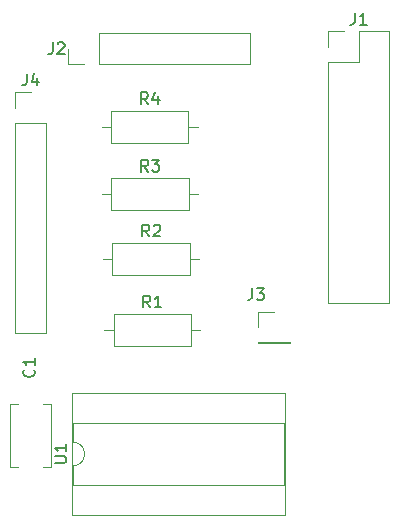
<source format=gto>
%TF.GenerationSoftware,KiCad,Pcbnew,7.0.1*%
%TF.CreationDate,2024-07-09T13:26:22+08:00*%
%TF.ProjectId,iecadp,69656361-6470-42e6-9b69-6361645f7063,rev?*%
%TF.SameCoordinates,Original*%
%TF.FileFunction,Legend,Top*%
%TF.FilePolarity,Positive*%
%FSLAX46Y46*%
G04 Gerber Fmt 4.6, Leading zero omitted, Abs format (unit mm)*
G04 Created by KiCad (PCBNEW 7.0.1) date 2024-07-09 13:26:22*
%MOMM*%
%LPD*%
G01*
G04 APERTURE LIST*
%ADD10C,0.150000*%
%ADD11C,0.120000*%
G04 APERTURE END LIST*
D10*
%TO.C,J4*%
X115166666Y-66052619D02*
X115166666Y-66766904D01*
X115166666Y-66766904D02*
X115119047Y-66909761D01*
X115119047Y-66909761D02*
X115023809Y-67005000D01*
X115023809Y-67005000D02*
X114880952Y-67052619D01*
X114880952Y-67052619D02*
X114785714Y-67052619D01*
X116071428Y-66385952D02*
X116071428Y-67052619D01*
X115833333Y-66005000D02*
X115595238Y-66719285D01*
X115595238Y-66719285D02*
X116214285Y-66719285D01*
%TO.C,U1*%
X117532619Y-99016904D02*
X118342142Y-99016904D01*
X118342142Y-99016904D02*
X118437380Y-98969285D01*
X118437380Y-98969285D02*
X118485000Y-98921666D01*
X118485000Y-98921666D02*
X118532619Y-98826428D01*
X118532619Y-98826428D02*
X118532619Y-98635952D01*
X118532619Y-98635952D02*
X118485000Y-98540714D01*
X118485000Y-98540714D02*
X118437380Y-98493095D01*
X118437380Y-98493095D02*
X118342142Y-98445476D01*
X118342142Y-98445476D02*
X117532619Y-98445476D01*
X118532619Y-97445476D02*
X118532619Y-98016904D01*
X118532619Y-97731190D02*
X117532619Y-97731190D01*
X117532619Y-97731190D02*
X117675476Y-97826428D01*
X117675476Y-97826428D02*
X117770714Y-97921666D01*
X117770714Y-97921666D02*
X117818333Y-98016904D01*
%TO.C,R1*%
X125633333Y-85837619D02*
X125300000Y-85361428D01*
X125061905Y-85837619D02*
X125061905Y-84837619D01*
X125061905Y-84837619D02*
X125442857Y-84837619D01*
X125442857Y-84837619D02*
X125538095Y-84885238D01*
X125538095Y-84885238D02*
X125585714Y-84932857D01*
X125585714Y-84932857D02*
X125633333Y-85028095D01*
X125633333Y-85028095D02*
X125633333Y-85170952D01*
X125633333Y-85170952D02*
X125585714Y-85266190D01*
X125585714Y-85266190D02*
X125538095Y-85313809D01*
X125538095Y-85313809D02*
X125442857Y-85361428D01*
X125442857Y-85361428D02*
X125061905Y-85361428D01*
X126585714Y-85837619D02*
X126014286Y-85837619D01*
X126300000Y-85837619D02*
X126300000Y-84837619D01*
X126300000Y-84837619D02*
X126204762Y-84980476D01*
X126204762Y-84980476D02*
X126109524Y-85075714D01*
X126109524Y-85075714D02*
X126014286Y-85123333D01*
%TO.C,R4*%
X125433333Y-68637619D02*
X125100000Y-68161428D01*
X124861905Y-68637619D02*
X124861905Y-67637619D01*
X124861905Y-67637619D02*
X125242857Y-67637619D01*
X125242857Y-67637619D02*
X125338095Y-67685238D01*
X125338095Y-67685238D02*
X125385714Y-67732857D01*
X125385714Y-67732857D02*
X125433333Y-67828095D01*
X125433333Y-67828095D02*
X125433333Y-67970952D01*
X125433333Y-67970952D02*
X125385714Y-68066190D01*
X125385714Y-68066190D02*
X125338095Y-68113809D01*
X125338095Y-68113809D02*
X125242857Y-68161428D01*
X125242857Y-68161428D02*
X124861905Y-68161428D01*
X126290476Y-67970952D02*
X126290476Y-68637619D01*
X126052381Y-67590000D02*
X125814286Y-68304285D01*
X125814286Y-68304285D02*
X126433333Y-68304285D01*
%TO.C,J2*%
X117376666Y-63407619D02*
X117376666Y-64121904D01*
X117376666Y-64121904D02*
X117329047Y-64264761D01*
X117329047Y-64264761D02*
X117233809Y-64360000D01*
X117233809Y-64360000D02*
X117090952Y-64407619D01*
X117090952Y-64407619D02*
X116995714Y-64407619D01*
X117805238Y-63502857D02*
X117852857Y-63455238D01*
X117852857Y-63455238D02*
X117948095Y-63407619D01*
X117948095Y-63407619D02*
X118186190Y-63407619D01*
X118186190Y-63407619D02*
X118281428Y-63455238D01*
X118281428Y-63455238D02*
X118329047Y-63502857D01*
X118329047Y-63502857D02*
X118376666Y-63598095D01*
X118376666Y-63598095D02*
X118376666Y-63693333D01*
X118376666Y-63693333D02*
X118329047Y-63836190D01*
X118329047Y-63836190D02*
X117757619Y-64407619D01*
X117757619Y-64407619D02*
X118376666Y-64407619D01*
%TO.C,C1*%
X115762380Y-91116666D02*
X115810000Y-91164285D01*
X115810000Y-91164285D02*
X115857619Y-91307142D01*
X115857619Y-91307142D02*
X115857619Y-91402380D01*
X115857619Y-91402380D02*
X115810000Y-91545237D01*
X115810000Y-91545237D02*
X115714761Y-91640475D01*
X115714761Y-91640475D02*
X115619523Y-91688094D01*
X115619523Y-91688094D02*
X115429047Y-91735713D01*
X115429047Y-91735713D02*
X115286190Y-91735713D01*
X115286190Y-91735713D02*
X115095714Y-91688094D01*
X115095714Y-91688094D02*
X115000476Y-91640475D01*
X115000476Y-91640475D02*
X114905238Y-91545237D01*
X114905238Y-91545237D02*
X114857619Y-91402380D01*
X114857619Y-91402380D02*
X114857619Y-91307142D01*
X114857619Y-91307142D02*
X114905238Y-91164285D01*
X114905238Y-91164285D02*
X114952857Y-91116666D01*
X115857619Y-90164285D02*
X115857619Y-90735713D01*
X115857619Y-90449999D02*
X114857619Y-90449999D01*
X114857619Y-90449999D02*
X115000476Y-90545237D01*
X115000476Y-90545237D02*
X115095714Y-90640475D01*
X115095714Y-90640475D02*
X115143333Y-90735713D01*
%TO.C,J3*%
X134256666Y-84207619D02*
X134256666Y-84921904D01*
X134256666Y-84921904D02*
X134209047Y-85064761D01*
X134209047Y-85064761D02*
X134113809Y-85160000D01*
X134113809Y-85160000D02*
X133970952Y-85207619D01*
X133970952Y-85207619D02*
X133875714Y-85207619D01*
X134637619Y-84207619D02*
X135256666Y-84207619D01*
X135256666Y-84207619D02*
X134923333Y-84588571D01*
X134923333Y-84588571D02*
X135066190Y-84588571D01*
X135066190Y-84588571D02*
X135161428Y-84636190D01*
X135161428Y-84636190D02*
X135209047Y-84683809D01*
X135209047Y-84683809D02*
X135256666Y-84779047D01*
X135256666Y-84779047D02*
X135256666Y-85017142D01*
X135256666Y-85017142D02*
X135209047Y-85112380D01*
X135209047Y-85112380D02*
X135161428Y-85160000D01*
X135161428Y-85160000D02*
X135066190Y-85207619D01*
X135066190Y-85207619D02*
X134780476Y-85207619D01*
X134780476Y-85207619D02*
X134685238Y-85160000D01*
X134685238Y-85160000D02*
X134637619Y-85112380D01*
%TO.C,R3*%
X125453333Y-74337619D02*
X125120000Y-73861428D01*
X124881905Y-74337619D02*
X124881905Y-73337619D01*
X124881905Y-73337619D02*
X125262857Y-73337619D01*
X125262857Y-73337619D02*
X125358095Y-73385238D01*
X125358095Y-73385238D02*
X125405714Y-73432857D01*
X125405714Y-73432857D02*
X125453333Y-73528095D01*
X125453333Y-73528095D02*
X125453333Y-73670952D01*
X125453333Y-73670952D02*
X125405714Y-73766190D01*
X125405714Y-73766190D02*
X125358095Y-73813809D01*
X125358095Y-73813809D02*
X125262857Y-73861428D01*
X125262857Y-73861428D02*
X124881905Y-73861428D01*
X125786667Y-73337619D02*
X126405714Y-73337619D01*
X126405714Y-73337619D02*
X126072381Y-73718571D01*
X126072381Y-73718571D02*
X126215238Y-73718571D01*
X126215238Y-73718571D02*
X126310476Y-73766190D01*
X126310476Y-73766190D02*
X126358095Y-73813809D01*
X126358095Y-73813809D02*
X126405714Y-73909047D01*
X126405714Y-73909047D02*
X126405714Y-74147142D01*
X126405714Y-74147142D02*
X126358095Y-74242380D01*
X126358095Y-74242380D02*
X126310476Y-74290000D01*
X126310476Y-74290000D02*
X126215238Y-74337619D01*
X126215238Y-74337619D02*
X125929524Y-74337619D01*
X125929524Y-74337619D02*
X125834286Y-74290000D01*
X125834286Y-74290000D02*
X125786667Y-74242380D01*
%TO.C,R2*%
X125533333Y-79837619D02*
X125200000Y-79361428D01*
X124961905Y-79837619D02*
X124961905Y-78837619D01*
X124961905Y-78837619D02*
X125342857Y-78837619D01*
X125342857Y-78837619D02*
X125438095Y-78885238D01*
X125438095Y-78885238D02*
X125485714Y-78932857D01*
X125485714Y-78932857D02*
X125533333Y-79028095D01*
X125533333Y-79028095D02*
X125533333Y-79170952D01*
X125533333Y-79170952D02*
X125485714Y-79266190D01*
X125485714Y-79266190D02*
X125438095Y-79313809D01*
X125438095Y-79313809D02*
X125342857Y-79361428D01*
X125342857Y-79361428D02*
X124961905Y-79361428D01*
X125914286Y-78932857D02*
X125961905Y-78885238D01*
X125961905Y-78885238D02*
X126057143Y-78837619D01*
X126057143Y-78837619D02*
X126295238Y-78837619D01*
X126295238Y-78837619D02*
X126390476Y-78885238D01*
X126390476Y-78885238D02*
X126438095Y-78932857D01*
X126438095Y-78932857D02*
X126485714Y-79028095D01*
X126485714Y-79028095D02*
X126485714Y-79123333D01*
X126485714Y-79123333D02*
X126438095Y-79266190D01*
X126438095Y-79266190D02*
X125866667Y-79837619D01*
X125866667Y-79837619D02*
X126485714Y-79837619D01*
%TO.C,J1*%
X142956666Y-60927619D02*
X142956666Y-61641904D01*
X142956666Y-61641904D02*
X142909047Y-61784761D01*
X142909047Y-61784761D02*
X142813809Y-61880000D01*
X142813809Y-61880000D02*
X142670952Y-61927619D01*
X142670952Y-61927619D02*
X142575714Y-61927619D01*
X143956666Y-61927619D02*
X143385238Y-61927619D01*
X143670952Y-61927619D02*
X143670952Y-60927619D01*
X143670952Y-60927619D02*
X143575714Y-61070476D01*
X143575714Y-61070476D02*
X143480476Y-61165714D01*
X143480476Y-61165714D02*
X143385238Y-61213333D01*
D11*
%TO.C,J4*%
X114170000Y-70190000D02*
X116830000Y-70190000D01*
X114170000Y-88030000D02*
X116830000Y-88030000D01*
X114170000Y-70190000D02*
X114170000Y-88030000D01*
X114170000Y-68920000D02*
X114170000Y-67590000D01*
X116830000Y-70190000D02*
X116830000Y-88030000D01*
X114170000Y-67590000D02*
X115500000Y-67590000D01*
%TO.C,U1*%
X119010000Y-103395000D02*
X137030000Y-103395000D01*
X137030000Y-103395000D02*
X137030000Y-93115000D01*
X119070000Y-100905000D02*
X136970000Y-100905000D01*
X136970000Y-100905000D02*
X136970000Y-95605000D01*
X119070000Y-99255000D02*
X119070000Y-100905000D01*
X119070000Y-95605000D02*
X119070000Y-97255000D01*
X136970000Y-95605000D02*
X119070000Y-95605000D01*
X119010000Y-93115000D02*
X119010000Y-103395000D01*
X137030000Y-93115000D02*
X119010000Y-93115000D01*
X119070000Y-99255000D02*
G75*
G03*
X119070000Y-97255000I0J1000000D01*
G01*
%TO.C,R1*%
X121760000Y-87745000D02*
X122530000Y-87745000D01*
X122530000Y-86375000D02*
X122530000Y-89115000D01*
X122530000Y-89115000D02*
X129070000Y-89115000D01*
X129070000Y-86375000D02*
X122530000Y-86375000D01*
X129070000Y-89115000D02*
X129070000Y-86375000D01*
X129840000Y-87745000D02*
X129070000Y-87745000D01*
%TO.C,R4*%
X121560000Y-70545000D02*
X122330000Y-70545000D01*
X122330000Y-69175000D02*
X122330000Y-71915000D01*
X122330000Y-71915000D02*
X128870000Y-71915000D01*
X128870000Y-69175000D02*
X122330000Y-69175000D01*
X128870000Y-71915000D02*
X128870000Y-69175000D01*
X129640000Y-70545000D02*
X128870000Y-70545000D01*
%TO.C,J2*%
X118710000Y-65275000D02*
X118710000Y-63945000D01*
X120040000Y-65275000D02*
X118710000Y-65275000D01*
X121310000Y-65275000D02*
X134070000Y-65275000D01*
X121310000Y-65275000D02*
X121310000Y-62615000D01*
X134070000Y-65275000D02*
X134070000Y-62615000D01*
X121310000Y-62615000D02*
X134070000Y-62615000D01*
%TO.C,C1*%
X117221000Y-94030000D02*
X116555000Y-94030000D01*
X117221000Y-94030000D02*
X117221000Y-99370000D01*
X114445000Y-94030000D02*
X113779000Y-94030000D01*
X113779000Y-94030000D02*
X113779000Y-99370000D01*
X117221000Y-99370000D02*
X116555000Y-99370000D01*
X114445000Y-99370000D02*
X113779000Y-99370000D01*
%TO.C,J3*%
X134765000Y-86215000D02*
X136095000Y-86215000D01*
X134765000Y-87545000D02*
X134765000Y-86215000D01*
X134765000Y-88815000D02*
X134765000Y-88875000D01*
X134765000Y-88815000D02*
X137425000Y-88815000D01*
X134765000Y-88875000D02*
X137425000Y-88875000D01*
X137425000Y-88815000D02*
X137425000Y-88875000D01*
%TO.C,R3*%
X121580000Y-76245000D02*
X122350000Y-76245000D01*
X122350000Y-74875000D02*
X122350000Y-77615000D01*
X122350000Y-77615000D02*
X128890000Y-77615000D01*
X128890000Y-74875000D02*
X122350000Y-74875000D01*
X128890000Y-77615000D02*
X128890000Y-74875000D01*
X129660000Y-76245000D02*
X128890000Y-76245000D01*
%TO.C,R2*%
X121660000Y-81745000D02*
X122430000Y-81745000D01*
X122430000Y-80375000D02*
X122430000Y-83115000D01*
X122430000Y-83115000D02*
X128970000Y-83115000D01*
X128970000Y-80375000D02*
X122430000Y-80375000D01*
X128970000Y-83115000D02*
X128970000Y-80375000D01*
X129740000Y-81745000D02*
X128970000Y-81745000D01*
%TO.C,J1*%
X140690000Y-62465000D02*
X142020000Y-62465000D01*
X140690000Y-63795000D02*
X140690000Y-62465000D01*
X140690000Y-65065000D02*
X140690000Y-85445000D01*
X140690000Y-65065000D02*
X143290000Y-65065000D01*
X140690000Y-85445000D02*
X145890000Y-85445000D01*
X143290000Y-62465000D02*
X145890000Y-62465000D01*
X143290000Y-65065000D02*
X143290000Y-62465000D01*
X145890000Y-62465000D02*
X145890000Y-85445000D01*
%TD*%
M02*

</source>
